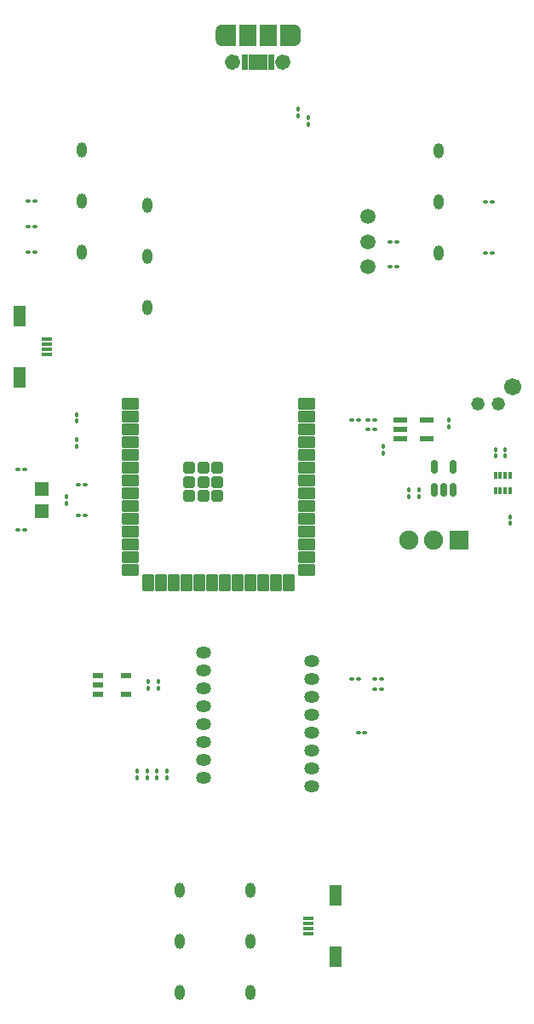
<source format=gbr>
%TF.GenerationSoftware,KiCad,Pcbnew,7.0.7*%
%TF.CreationDate,2023-11-26T12:29:05-07:00*%
%TF.ProjectId,mouse,6d6f7573-652e-46b6-9963-61645f706362,rev?*%
%TF.SameCoordinates,Original*%
%TF.FileFunction,Soldermask,Top*%
%TF.FilePolarity,Negative*%
%FSLAX46Y46*%
G04 Gerber Fmt 4.6, Leading zero omitted, Abs format (unit mm)*
G04 Created by KiCad (PCBNEW 7.0.7) date 2023-11-26 12:29:05*
%MOMM*%
%LPD*%
G01*
G04 APERTURE LIST*
G04 Aperture macros list*
%AMRoundRect*
0 Rectangle with rounded corners*
0 $1 Rounding radius*
0 $2 $3 $4 $5 $6 $7 $8 $9 X,Y pos of 4 corners*
0 Add a 4 corners polygon primitive as box body*
4,1,4,$2,$3,$4,$5,$6,$7,$8,$9,$2,$3,0*
0 Add four circle primitives for the rounded corners*
1,1,$1+$1,$2,$3*
1,1,$1+$1,$4,$5*
1,1,$1+$1,$6,$7*
1,1,$1+$1,$8,$9*
0 Add four rect primitives between the rounded corners*
20,1,$1+$1,$2,$3,$4,$5,0*
20,1,$1+$1,$4,$5,$6,$7,0*
20,1,$1+$1,$6,$7,$8,$9,0*
20,1,$1+$1,$8,$9,$2,$3,0*%
G04 Aperture macros list end*
%ADD10C,0.788500*%
%ADD11C,0.010000*%
%ADD12O,1.500000X1.200000*%
%ADD13R,0.299999X0.670001*%
%ADD14R,1.320800X0.508000*%
%ADD15O,1.000000X1.500000*%
%ADD16R,1.000000X0.300000*%
%ADD17R,1.300000X2.000000*%
%ADD18RoundRect,0.100000X-0.130000X-0.100000X0.130000X-0.100000X0.130000X0.100000X-0.130000X0.100000X0*%
%ADD19RoundRect,0.100000X-0.100000X0.130000X-0.100000X-0.130000X0.100000X-0.130000X0.100000X0.130000X0*%
%ADD20RoundRect,0.100000X0.130000X0.100000X-0.130000X0.100000X-0.130000X-0.100000X0.130000X-0.100000X0*%
%ADD21RoundRect,0.100000X0.100000X-0.130000X0.100000X0.130000X-0.100000X0.130000X-0.100000X-0.130000X0*%
%ADD22RoundRect,0.150000X0.150000X-0.512500X0.150000X0.512500X-0.150000X0.512500X-0.150000X-0.512500X0*%
%ADD23C,1.500000*%
%ADD24R,1.397000X1.422400*%
%ADD25RoundRect,0.102000X-0.450000X-0.450000X0.450000X-0.450000X0.450000X0.450000X-0.450000X0.450000X0*%
%ADD26RoundRect,0.102000X-0.750000X-0.450000X0.750000X-0.450000X0.750000X0.450000X-0.750000X0.450000X0*%
%ADD27RoundRect,0.102000X-0.450000X-0.750000X0.450000X-0.750000X0.450000X0.750000X-0.450000X0.750000X0*%
%ADD28R,1.003300X0.508000*%
%ADD29C,1.320800*%
%ADD30C,1.701800*%
%ADD31R,1.900000X1.900000*%
%ADD32C,1.900000*%
G04 APERTURE END LIST*
D10*
%TO.C,J5*%
X224094250Y-37600000D02*
G75*
G03*
X224094250Y-37600000I-394250J0D01*
G01*
X219094250Y-37600000D02*
G75*
G03*
X219094250Y-37600000I-394250J0D01*
G01*
D11*
X223013500Y-35913500D02*
X221386500Y-35913500D01*
X221386500Y-33886500D01*
X223013500Y-33886500D01*
X223013500Y-35913500D01*
G36*
X223013500Y-35913500D02*
G01*
X221386500Y-35913500D01*
X221386500Y-33886500D01*
X223013500Y-33886500D01*
X223013500Y-35913500D01*
G37*
X222763500Y-38313500D02*
X222236500Y-38313500D01*
X222236500Y-36836500D01*
X222763500Y-36836500D01*
X222763500Y-38313500D01*
G36*
X222763500Y-38313500D02*
G01*
X222236500Y-38313500D01*
X222236500Y-36836500D01*
X222763500Y-36836500D01*
X222763500Y-38313500D01*
G37*
X222113500Y-38313500D02*
X221586500Y-38313500D01*
X221586500Y-36836500D01*
X222113500Y-36836500D01*
X222113500Y-38313500D01*
G36*
X222113500Y-38313500D02*
G01*
X221586500Y-38313500D01*
X221586500Y-36836500D01*
X222113500Y-36836500D01*
X222113500Y-38313500D01*
G37*
X221463500Y-38313500D02*
X220936500Y-38313500D01*
X220936500Y-36836500D01*
X221463500Y-36836500D01*
X221463500Y-38313500D01*
G36*
X221463500Y-38313500D02*
G01*
X220936500Y-38313500D01*
X220936500Y-36836500D01*
X221463500Y-36836500D01*
X221463500Y-38313500D01*
G37*
X221013500Y-35913500D02*
X219386500Y-35913500D01*
X219386500Y-33886500D01*
X221013500Y-33886500D01*
X221013500Y-35913500D01*
G36*
X221013500Y-35913500D02*
G01*
X219386500Y-35913500D01*
X219386500Y-33886500D01*
X221013500Y-33886500D01*
X221013500Y-35913500D01*
G37*
X220813500Y-38313500D02*
X220286500Y-38313500D01*
X220286500Y-36836500D01*
X220813500Y-36836500D01*
X220813500Y-38313500D01*
G36*
X220813500Y-38313500D02*
G01*
X220286500Y-38313500D01*
X220286500Y-36836500D01*
X220813500Y-36836500D01*
X220813500Y-38313500D01*
G37*
X220163500Y-38313500D02*
X219636500Y-38313500D01*
X219636500Y-36836500D01*
X220163500Y-36836500D01*
X220163500Y-38313500D01*
G36*
X220163500Y-38313500D02*
G01*
X219636500Y-38313500D01*
X219636500Y-36836500D01*
X220163500Y-36836500D01*
X220163500Y-38313500D01*
G37*
X224829000Y-33887000D02*
X224859000Y-33890000D01*
X224888000Y-33893000D01*
X224917000Y-33899000D01*
X224946000Y-33906000D01*
X224974000Y-33914000D01*
X225002000Y-33924000D01*
X225029000Y-33935000D01*
X225056000Y-33948000D01*
X225082000Y-33962000D01*
X225107000Y-33977000D01*
X225131000Y-33994000D01*
X225155000Y-34012000D01*
X225177000Y-34031000D01*
X225198000Y-34052000D01*
X225219000Y-34073000D01*
X225238000Y-34095000D01*
X225256000Y-34119000D01*
X225273000Y-34143000D01*
X225288000Y-34168000D01*
X225302000Y-34194000D01*
X225315000Y-34221000D01*
X225326000Y-34248000D01*
X225336000Y-34276000D01*
X225344000Y-34304000D01*
X225351000Y-34333000D01*
X225357000Y-34362000D01*
X225360000Y-34391000D01*
X225363000Y-34421000D01*
X225363000Y-34450000D01*
X225363000Y-35350000D01*
X225363000Y-35379000D01*
X225360000Y-35409000D01*
X225357000Y-35438000D01*
X225351000Y-35467000D01*
X225344000Y-35496000D01*
X225336000Y-35524000D01*
X225326000Y-35552000D01*
X225315000Y-35579000D01*
X225302000Y-35606000D01*
X225288000Y-35632000D01*
X225273000Y-35657000D01*
X225256000Y-35681000D01*
X225238000Y-35705000D01*
X225219000Y-35727000D01*
X225198000Y-35748000D01*
X225177000Y-35769000D01*
X225155000Y-35788000D01*
X225131000Y-35806000D01*
X225107000Y-35823000D01*
X225082000Y-35838000D01*
X225056000Y-35852000D01*
X225029000Y-35865000D01*
X225002000Y-35876000D01*
X224974000Y-35886000D01*
X224946000Y-35894000D01*
X224917000Y-35901000D01*
X224888000Y-35907000D01*
X224859000Y-35910000D01*
X224829000Y-35913000D01*
X224800000Y-35913000D01*
X223436000Y-35913000D01*
X223436000Y-33886000D01*
X223436500Y-33886500D01*
X224800000Y-33886000D01*
X224829000Y-33887000D01*
G36*
X224829000Y-33887000D02*
G01*
X224859000Y-33890000D01*
X224888000Y-33893000D01*
X224917000Y-33899000D01*
X224946000Y-33906000D01*
X224974000Y-33914000D01*
X225002000Y-33924000D01*
X225029000Y-33935000D01*
X225056000Y-33948000D01*
X225082000Y-33962000D01*
X225107000Y-33977000D01*
X225131000Y-33994000D01*
X225155000Y-34012000D01*
X225177000Y-34031000D01*
X225198000Y-34052000D01*
X225219000Y-34073000D01*
X225238000Y-34095000D01*
X225256000Y-34119000D01*
X225273000Y-34143000D01*
X225288000Y-34168000D01*
X225302000Y-34194000D01*
X225315000Y-34221000D01*
X225326000Y-34248000D01*
X225336000Y-34276000D01*
X225344000Y-34304000D01*
X225351000Y-34333000D01*
X225357000Y-34362000D01*
X225360000Y-34391000D01*
X225363000Y-34421000D01*
X225363000Y-34450000D01*
X225363000Y-35350000D01*
X225363000Y-35379000D01*
X225360000Y-35409000D01*
X225357000Y-35438000D01*
X225351000Y-35467000D01*
X225344000Y-35496000D01*
X225336000Y-35524000D01*
X225326000Y-35552000D01*
X225315000Y-35579000D01*
X225302000Y-35606000D01*
X225288000Y-35632000D01*
X225273000Y-35657000D01*
X225256000Y-35681000D01*
X225238000Y-35705000D01*
X225219000Y-35727000D01*
X225198000Y-35748000D01*
X225177000Y-35769000D01*
X225155000Y-35788000D01*
X225131000Y-35806000D01*
X225107000Y-35823000D01*
X225082000Y-35838000D01*
X225056000Y-35852000D01*
X225029000Y-35865000D01*
X225002000Y-35876000D01*
X224974000Y-35886000D01*
X224946000Y-35894000D01*
X224917000Y-35901000D01*
X224888000Y-35907000D01*
X224859000Y-35910000D01*
X224829000Y-35913000D01*
X224800000Y-35913000D01*
X223436000Y-35913000D01*
X223436000Y-33886000D01*
X223436500Y-33886500D01*
X224800000Y-33886000D01*
X224829000Y-33887000D01*
G37*
X218964000Y-35913000D02*
X217600000Y-35913000D01*
X217571000Y-35913000D01*
X217541000Y-35910000D01*
X217512000Y-35907000D01*
X217483000Y-35901000D01*
X217454000Y-35894000D01*
X217426000Y-35886000D01*
X217398000Y-35876000D01*
X217371000Y-35865000D01*
X217344000Y-35852000D01*
X217318000Y-35838000D01*
X217293000Y-35823000D01*
X217269000Y-35806000D01*
X217245000Y-35788000D01*
X217223000Y-35769000D01*
X217202000Y-35748000D01*
X217181000Y-35727000D01*
X217162000Y-35705000D01*
X217144000Y-35681000D01*
X217127000Y-35657000D01*
X217112000Y-35632000D01*
X217098000Y-35606000D01*
X217085000Y-35579000D01*
X217074000Y-35552000D01*
X217064000Y-35524000D01*
X217056000Y-35496000D01*
X217049000Y-35467000D01*
X217043000Y-35438000D01*
X217040000Y-35409000D01*
X217037000Y-35379000D01*
X217037000Y-35350000D01*
X217037000Y-34450000D01*
X217037000Y-34421000D01*
X217040000Y-34391000D01*
X217043000Y-34362000D01*
X217049000Y-34333000D01*
X217056000Y-34304000D01*
X217064000Y-34276000D01*
X217074000Y-34248000D01*
X217085000Y-34221000D01*
X217098000Y-34194000D01*
X217112000Y-34168000D01*
X217127000Y-34143000D01*
X217144000Y-34119000D01*
X217162000Y-34095000D01*
X217181000Y-34073000D01*
X217202000Y-34052000D01*
X217223000Y-34031000D01*
X217245000Y-34012000D01*
X217269000Y-33994000D01*
X217293000Y-33977000D01*
X217318000Y-33962000D01*
X217344000Y-33948000D01*
X217371000Y-33935000D01*
X217398000Y-33924000D01*
X217426000Y-33914000D01*
X217454000Y-33906000D01*
X217483000Y-33899000D01*
X217512000Y-33893000D01*
X217541000Y-33890000D01*
X217571000Y-33887000D01*
X217600000Y-33886000D01*
X218963500Y-33886500D01*
X218964000Y-33886000D01*
X218964000Y-35913000D01*
G36*
X218964000Y-35913000D02*
G01*
X217600000Y-35913000D01*
X217571000Y-35913000D01*
X217541000Y-35910000D01*
X217512000Y-35907000D01*
X217483000Y-35901000D01*
X217454000Y-35894000D01*
X217426000Y-35886000D01*
X217398000Y-35876000D01*
X217371000Y-35865000D01*
X217344000Y-35852000D01*
X217318000Y-35838000D01*
X217293000Y-35823000D01*
X217269000Y-35806000D01*
X217245000Y-35788000D01*
X217223000Y-35769000D01*
X217202000Y-35748000D01*
X217181000Y-35727000D01*
X217162000Y-35705000D01*
X217144000Y-35681000D01*
X217127000Y-35657000D01*
X217112000Y-35632000D01*
X217098000Y-35606000D01*
X217085000Y-35579000D01*
X217074000Y-35552000D01*
X217064000Y-35524000D01*
X217056000Y-35496000D01*
X217049000Y-35467000D01*
X217043000Y-35438000D01*
X217040000Y-35409000D01*
X217037000Y-35379000D01*
X217037000Y-35350000D01*
X217037000Y-34450000D01*
X217037000Y-34421000D01*
X217040000Y-34391000D01*
X217043000Y-34362000D01*
X217049000Y-34333000D01*
X217056000Y-34304000D01*
X217064000Y-34276000D01*
X217074000Y-34248000D01*
X217085000Y-34221000D01*
X217098000Y-34194000D01*
X217112000Y-34168000D01*
X217127000Y-34143000D01*
X217144000Y-34119000D01*
X217162000Y-34095000D01*
X217181000Y-34073000D01*
X217202000Y-34052000D01*
X217223000Y-34031000D01*
X217245000Y-34012000D01*
X217269000Y-33994000D01*
X217293000Y-33977000D01*
X217318000Y-33962000D01*
X217344000Y-33948000D01*
X217371000Y-33935000D01*
X217398000Y-33924000D01*
X217426000Y-33914000D01*
X217454000Y-33906000D01*
X217483000Y-33899000D01*
X217512000Y-33893000D01*
X217541000Y-33890000D01*
X217571000Y-33887000D01*
X217600000Y-33886000D01*
X218963500Y-33886500D01*
X218964000Y-33886000D01*
X218964000Y-35913000D01*
G37*
%TD*%
D12*
%TO.C,PAW1*%
X215850000Y-96247500D03*
X215850000Y-98027500D03*
X215850000Y-99807500D03*
X215850000Y-101587500D03*
X215850000Y-103367500D03*
X215850000Y-105147500D03*
X215850000Y-106927500D03*
X215850000Y-108707500D03*
X226550000Y-109597500D03*
X226550000Y-107817500D03*
X226550000Y-106037500D03*
X226550000Y-104257500D03*
X226550000Y-102477500D03*
X226550000Y-100697500D03*
X226550000Y-98917500D03*
X226550000Y-97137500D03*
%TD*%
D13*
%TO.C,PWRSW1*%
X246325001Y-78709999D03*
X245825000Y-78709999D03*
X245325000Y-78709999D03*
X244824999Y-78709999D03*
X244824999Y-80190001D03*
X245325000Y-80190001D03*
X245825000Y-80190001D03*
X246325001Y-80190001D03*
%TD*%
D14*
%TO.C,CHGR1*%
X235404600Y-73169999D03*
X235404600Y-74120000D03*
X235404600Y-75070001D03*
X237995400Y-75070001D03*
X237995400Y-73169999D03*
%TD*%
D15*
%TO.C,SMB5*%
X213450000Y-119870000D03*
X213450000Y-124950000D03*
X213450000Y-130030000D03*
%TD*%
D16*
%TO.C,J4*%
X226250000Y-124200001D03*
X226250000Y-123700000D03*
X226250000Y-123200000D03*
X226250000Y-122699999D03*
D17*
X228949999Y-126499999D03*
X228949999Y-120400001D03*
%TD*%
%TO.C,J6*%
X197500001Y-68950000D03*
X197500001Y-62850002D03*
D16*
X200200000Y-66650002D03*
X200200000Y-66150001D03*
X200200000Y-65650001D03*
X200200000Y-65150000D03*
%TD*%
D18*
%TO.C,R1*%
X231200000Y-104257500D03*
X231840000Y-104257500D03*
%TD*%
%TO.C,C7*%
X232880000Y-99950000D03*
X233520000Y-99950000D03*
%TD*%
%TO.C,R2*%
X232200000Y-73169999D03*
X232840000Y-73169999D03*
%TD*%
%TO.C,R11*%
X230560000Y-98917500D03*
X231200000Y-98917500D03*
%TD*%
D19*
%TO.C,C8*%
X233700000Y-75810000D03*
X233700000Y-76450000D03*
%TD*%
D20*
%TO.C,D2*%
X231200000Y-73169999D03*
X230560000Y-73169999D03*
%TD*%
D18*
%TO.C,R3*%
X232840000Y-74120000D03*
X232200000Y-74120000D03*
%TD*%
D19*
%TO.C,C3*%
X210200000Y-108067500D03*
X210200000Y-108707500D03*
%TD*%
D21*
%TO.C,C4*%
X209200000Y-108707500D03*
X209200000Y-108067500D03*
%TD*%
D20*
%TO.C,D1*%
X233520000Y-98917500D03*
X232880000Y-98917500D03*
%TD*%
D21*
%TO.C,C6*%
X211200000Y-108707500D03*
X211200000Y-108067500D03*
%TD*%
D19*
%TO.C,C5*%
X212200000Y-108067500D03*
X212200000Y-108707500D03*
%TD*%
%TO.C,C9*%
X240200000Y-73169999D03*
X240200000Y-73809999D03*
%TD*%
D20*
%TO.C,R20*%
X244520000Y-51520000D03*
X243880000Y-51520000D03*
%TD*%
D19*
%TO.C,R18*%
X225200000Y-42925000D03*
X225200000Y-42285000D03*
%TD*%
%TO.C,R7*%
X202200000Y-81440000D03*
X202200000Y-80800000D03*
%TD*%
D22*
%TO.C,U1*%
X238750000Y-80087500D03*
X239700000Y-80087500D03*
X240650000Y-80087500D03*
X240650000Y-77812500D03*
X238750000Y-77812500D03*
%TD*%
D15*
%TO.C,MMB1*%
X210200000Y-62030000D03*
X210200000Y-56950000D03*
X210200000Y-51870000D03*
%TD*%
D20*
%TO.C,R10*%
X203380000Y-82620000D03*
X204020000Y-82620000D03*
%TD*%
D19*
%TO.C,R17*%
X226200000Y-43770000D03*
X226200000Y-43130000D03*
%TD*%
D21*
%TO.C,C11*%
X237200000Y-80130000D03*
X237200000Y-80770000D03*
%TD*%
D20*
%TO.C,R9*%
X203380000Y-79620000D03*
X204020000Y-79620000D03*
%TD*%
D19*
%TO.C,C14*%
X203200000Y-73270000D03*
X203200000Y-72630000D03*
%TD*%
D23*
%TO.C,ENC1*%
X232200000Y-57950000D03*
X232200000Y-55450000D03*
X232200000Y-52950000D03*
%TD*%
D21*
%TO.C,R8*%
X203200000Y-75130000D03*
X203200000Y-75770000D03*
%TD*%
D15*
%TO.C,LMB1*%
X203700000Y-46370000D03*
X203700000Y-51450000D03*
X203700000Y-56530000D03*
%TD*%
D24*
%TO.C,XTAL1*%
X199700000Y-80027800D03*
X199700000Y-82212200D03*
%TD*%
D18*
%TO.C,R13*%
X199020000Y-56530000D03*
X198380000Y-56530000D03*
%TD*%
D15*
%TO.C,RMB1*%
X239200000Y-46440000D03*
X239200000Y-51520000D03*
X239200000Y-56600000D03*
%TD*%
D18*
%TO.C,R12*%
X199020000Y-53950000D03*
X198380000Y-53950000D03*
%TD*%
D21*
%TO.C,C10*%
X236200000Y-80130000D03*
X236200000Y-80770000D03*
%TD*%
D19*
%TO.C,R4*%
X244824999Y-76770000D03*
X244824999Y-76130000D03*
%TD*%
D18*
%TO.C,R15*%
X235020000Y-57950000D03*
X234380000Y-57950000D03*
%TD*%
D20*
%TO.C,R19*%
X243880000Y-56600000D03*
X244520000Y-56600000D03*
%TD*%
D18*
%TO.C,R14*%
X199020000Y-51450000D03*
X198380000Y-51450000D03*
%TD*%
%TO.C,R16*%
X235020000Y-55450000D03*
X234380000Y-55450000D03*
%TD*%
D15*
%TO.C,SMB4*%
X220450000Y-119870000D03*
X220450000Y-124950000D03*
X220450000Y-130030000D03*
%TD*%
D25*
%TO.C,ESP1*%
X217200000Y-80720000D03*
X215800000Y-80720000D03*
X214400000Y-80720000D03*
X217200000Y-79320000D03*
X215800000Y-79320000D03*
X214400000Y-79320000D03*
X217200000Y-77920000D03*
X215800000Y-77920000D03*
X214400000Y-77920000D03*
D26*
X226050000Y-71600000D03*
X226050000Y-72870000D03*
X226050000Y-74140000D03*
X226050000Y-75410000D03*
X226050000Y-76680000D03*
X226050000Y-77950000D03*
X226050000Y-79220000D03*
X226050000Y-80490000D03*
X226050000Y-81760000D03*
X226050000Y-83030000D03*
X226050000Y-84300000D03*
X226050000Y-85570000D03*
X226050000Y-86840000D03*
X226050000Y-88110000D03*
D27*
X224285000Y-89360000D03*
X223015000Y-89360000D03*
X221745000Y-89360000D03*
X220475000Y-89360000D03*
X219205000Y-89360000D03*
X217935000Y-89360000D03*
X216665000Y-89360000D03*
X215395000Y-89360000D03*
X214125000Y-89360000D03*
X212855000Y-89360000D03*
X211585000Y-89360000D03*
X210315000Y-89360000D03*
D26*
X208550000Y-88110000D03*
X208550000Y-86840000D03*
X208550000Y-85570000D03*
X208550000Y-84300000D03*
X208550000Y-83030000D03*
X208550000Y-81760000D03*
X208550000Y-80490000D03*
X208550000Y-79220000D03*
X208550000Y-77950000D03*
X208550000Y-76680000D03*
X208550000Y-75410000D03*
X208550000Y-74140000D03*
X208550000Y-72870000D03*
X208550000Y-71600000D03*
%TD*%
D21*
%TO.C,C1*%
X211337500Y-99807500D03*
X211337500Y-99167500D03*
%TD*%
D18*
%TO.C,C12*%
X198020000Y-78120000D03*
X197380000Y-78120000D03*
%TD*%
D28*
%TO.C,U3*%
X205322050Y-98537499D03*
X205322050Y-99487500D03*
X205322050Y-100437501D03*
X208077950Y-100437501D03*
X208077950Y-98537499D03*
%TD*%
D19*
%TO.C,C2*%
X210337500Y-99807500D03*
X210337500Y-99167500D03*
%TD*%
D21*
%TO.C,R6*%
X246325001Y-82810000D03*
X246325001Y-83450000D03*
%TD*%
D29*
%TO.C,J2*%
X245075001Y-71600000D03*
X243074999Y-71600000D03*
D30*
X246575000Y-69900000D03*
%TD*%
D19*
%TO.C,R5*%
X245825000Y-76770000D03*
X245825000Y-76130000D03*
%TD*%
D31*
%TO.C,S4*%
X241200000Y-85120000D03*
D32*
X238700000Y-85120000D03*
X236200000Y-85120000D03*
%TD*%
D18*
%TO.C,C13*%
X198020000Y-84120000D03*
X197380000Y-84120000D03*
%TD*%
M02*

</source>
